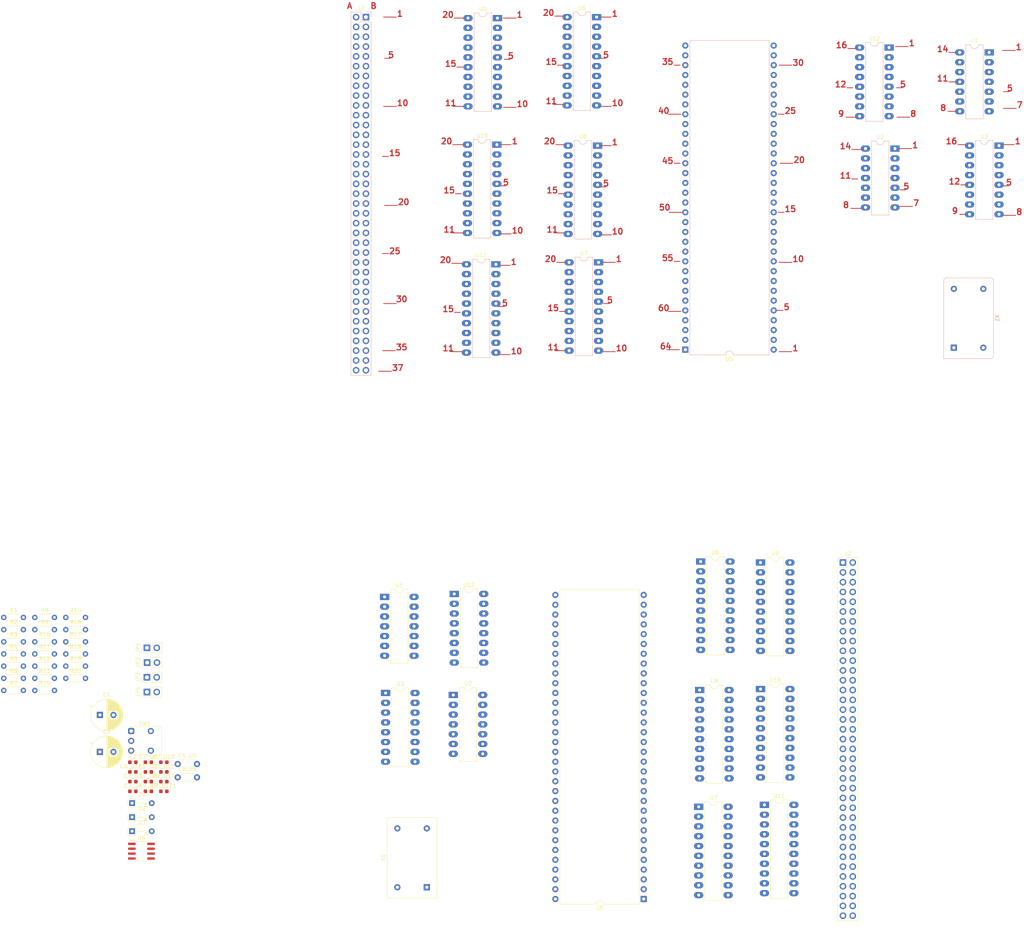
<source format=kicad_pcb>
(kicad_pcb (version 20221018) (generator pcbnew)
  (layers (0 "F.Cu" signal) (31 "B.Cu" signal) (34 "B.Paste" user) (35 "F.Paste" user) (36 "B.SilkS" user "B.Silkscreen") (37 "F.SilkS" user "F.Silkscreen") (38 "B.Mask" user) (39 "F.Mask" user) (44 "Edge.Cuts" user))
  (net 0 "")
  (net 1 "Net-(U4-TR)")
  (net 2 "GND")
  (net 3 "Net-(U4-CV)")
  (net 4 "Net-(U4-DIS)")
  (net 5 "+5V")
  (net 6 "Net-(U1E-VCC)")
  (net 7 "Net-(U1E-GND)")
  (net 8 "Net-(D1-A)")
  (net 9 "Net-(D2-A)")
  (net 10 "Net-(D3-A)")
  (net 11 "Net-(JP1-B)")
  (net 12 "Net-(JP2-B)")
  (net 13 "Net-(JP3-B)")
  (net 14 "Net-(JP4-B)")
  (net 15 "/CPU/{slash}BERR")
  (net 16 "/CPU/{slash}VPA")
  (net 17 "/CPU/{slash}RESET")
  (net 18 "/CPU/{slash}BR")
  (net 19 "/CPU/{slash}HALT")
  (net 20 "/CPU/{slash}BGACK")
  (net 21 "/CPU/IPL2")
  (net 22 "/CPU/IPL1")
  (net 23 "/CPU/IPL0")
  (net 24 "Net-(U10-OEa)")
  (net 25 "/CPU/{slash}DTACK")
  (net 26 "Net-(R19-Pad2)")
  (net 27 "{slash}ROM_CE")
  (net 29 "{slash}RAM_CS")
  (net 31 "Net-(U3-CEP)")
  (net 39 "Net-(U4-Q)")
  (net 44 "CLK")
  (net 49 "/CPU/D4")
  (net 50 "/CPU/D3")
  (net 51 "/CPU/D2")
  (net 52 "/CPU/D1")
  (net 53 "/CPU/D0")
  (net 54 "/CPU/{slash}AS")
  (net 55 "/CPU/UDS")
  (net 56 "/CPU/LDS")
  (net 57 "/CPU/R{slash}W")
  (net 58 "/CPU/{slash}BG")
  (net 59 "Net-(U5-CLK)")
  (net 60 "/CPU/{slash}VMA")
  (net 61 "/CPU/{slash}E")
  (net 62 "/CPU/FC2")
  (net 63 "/CPU/FC1")
  (net 64 "/CPU/FC0")
  (net 65 "/CPU/addr1")
  (net 66 "/CPU/addr2")
  (net 67 "/CPU/addr3")
  (net 68 "/CPU/addr4")
  (net 69 "/CPU/addr5")
  (net 70 "/CPU/addr6")
  (net 71 "/CPU/addr7")
  (net 72 "/CPU/addr8")
  (net 73 "/CPU/addr9")
  (net 74 "/CPU/addr10")
  (net 75 "/CPU/addr11")
  (net 76 "/CPU/addr12")
  (net 77 "/CPU/addr13")
  (net 78 "/CPU/addr14")
  (net 79 "/CPU/addr15")
  (net 80 "/CPU/addr16")
  (net 81 "/CPU/addr17")
  (net 82 "/CPU/addr18")
  (net 83 "/CPU/addr19")
  (net 84 "/CPU/addr20")
  (net 85 "/CPU/addr21")
  (net 86 "/CPU/addr22")
  (net 87 "/CPU/addr23")
  (net 88 "/CPU/D15")
  (net 89 "/CPU/D14")
  (net 90 "/CPU/D13")
  (net 91 "/CPU/D12")
  (net 92 "/CPU/D11")
  (net 93 "/CPU/D10")
  (net 94 "/CPU/D9")
  (net 95 "/CPU/D8")
  (net 96 "/CPU/D7")
  (net 97 "/CPU/D6")
  (net 98 "/CPU/D5")
  (net 99 "/CPU/{slash}UDS")
  (net 100 "/CPU/bE")
  (net 101 "/CPU/bR{slash}W")
  (net 102 "/CPU/{slash}LDS")
  (net 103 "/CPU/{slash}bVMA")
  (net 104 "/CPU/bFC2")
  (net 105 "/CPU/{slash}bLDS")
  (net 106 "/CPU/bFC1")
  (net 107 "/CPU/{slash}bUDS")
  (net 108 "/CPU/bFC0")
  (net 109 "/CPU/bD0")
  (net 110 "/CPU/bD1")
  (net 111 "/CPU/bD2")
  (net 112 "/CPU/bD3")
  (net 113 "/CPU/bD4")
  (net 114 "/CPU/bD5")
  (net 115 "/CPU/bD6")
  (net 116 "/CPU/bD7")
  (net 117 "/CPU/bD8")
  (net 118 "/CPU/bD9")
  (net 119 "/CPU/bD10")
  (net 120 "/CPU/bD11")
  (net 121 "/CPU/bD12")
  (net 122 "/CPU/bD13")
  (net 123 "/CPU/bD14")
  (net 124 "/CPU/bD15")
  (net 125 "/CPU/bA4")
  (net 126 "/CPU/bA8")
  (net 127 "/CPU/bA3")
  (net 128 "/CPU/bA7")
  (net 129 "/CPU/bA2")
  (net 130 "/CPU/bA6")
  (net 131 "/CPU/bA1")
  (net 132 "/CPU/bA5")
  (net 133 "/CPU/bA12")
  (net 134 "/CPU/bA16")
  (net 135 "/CPU/bA11")
  (net 136 "/CPU/bA15")
  (net 137 "/CPU/bA10")
  (net 138 "/CPU/bA14")
  (net 139 "/CPU/bA9")
  (net 140 "/CPU/bA13")
  (net 141 "/CPU/bA20")
  (net 142 "/CPU/{slash}bAS")
  (net 143 "/CPU/bA19")
  (net 144 "/CPU/bA23")
  (net 145 "/CPU/bA18")
  (net 146 "/CPU/bA22")
  (net 147 "/CPU/bA17")
  (net 148 "/CPU/bA21")
  (net 149 "/CPU/IRQ4")
  (net 150 "/CPU/IRQ5")
  (net 151 "/CPU/IRQ6")
  (net 152 "/CPU/IRQ1")
  (net 153 "/CPU/IRQ7")
  (net 154 "/CPU/IRQ2")
  (net 155 "/CPU/IRQ3")
  (footprint "Package_DIP:CERDIP-14_W7.62mm_SideBrazed_LongPads" (layer "F.Cu") (at 127.508 27.94)
    (fp_text reference "U1")
    (fp_text value "74LS00")
  )
  (footprint "Capacitor_SMD:C_0603_1608Metric" (layer "F.Cu") (at 70.386 78.284)
    (fp_text reference "C7_U1E1")
    (fp_text value "100nF")
  )
  (footprint "Connector_PinHeader_2.54mm:PinHeader_1x02_P2.54mm_Vertical" (layer "F.Cu") (at 66.007 48.766 90)
    (fp_text reference "JP3")
    (fp_text value "Jumper_2_Open")
  )
  (footprint "Capacitor_THT:CP_Radial_D8.0mm_P3.50mm" (layer "F.Cu") (at 53.840698 68.074)
    (fp_text reference "C3")
    (fp_text value "1uf")
  )
  (footprint "Resistor_THT:R_Axial_DIN0204_L3.6mm_D1.6mm_P5.08mm_Horizontal" (layer "F.Cu") (at 36.986 36.424)
    (fp_text reference "R9")
    (fp_text value "10k")
  )
  (footprint "Connector_PinHeader_2.54mm:PinHeader_1x02_P2.54mm_Vertical" (layer "F.Cu") (at 66.012 41.146 90)
    (fp_text reference "JP1")
    (fp_text value "Jumper_2_Bridged")
  )
  (footprint "Capacitor_SMD:C_0603_1608Metric" (layer "F.Cu") (at 66.376 75.774)
    (fp_text reference "C7_U8")
    (fp_text value "100nF")
  )
  (footprint "Capacitor_SMD:C_0603_1608Metric" (layer "F.Cu") (at 66.376 70.754)
    (fp_text reference "C7_U6")
    (fp_text value "100nF")
  )
  (footprint "Capacitor_SMD:C_0603_1608Metric" (layer "F.Cu") (at 70.386 70.754)
    (fp_text reference "C7_U10")
    (fp_text value "100nF")
  )
  (footprint "Button_Switch_THT:SW_Push_1P2T_Vertical_E-Switch_800UDP8P1A1M6" (layer "F.Cu") (at 61.936 62.684)
    (fp_text reference "SW1")
    (fp_text value "Reset")
  )
  (footprint "Capacitor_SMD:C_0603_1608Metric" (layer "F.Cu") (at 70.386 73.264)
    (fp_text reference "C7_U11")
    (fp_text value "100nF")
  )
  (footprint "Resistor_THT:R_Axial_DIN0204_L3.6mm_D1.6mm_P5.08mm_Horizontal" (layer "F.Cu") (at 36.986 52.174)
    (fp_text reference "R14")
    (fp_text value "10k")
  )
  (footprint "Resistor_THT:R_Axial_DIN0204_L3.6mm_D1.6mm_P5.08mm_Horizontal" (layer "F.Cu") (at 28.956 39.574)
    (fp_text reference "R3")
    (fp_text value "10k")
  )
  (footprint "Package_DIP:CERDIP-20_W7.62mm_SideBrazed_LongPads" (layer "F.Cu") (at 224.79 19.05)
    (fp_text reference "U9")
    (fp_text value "74LS244")
  )
  (footprint "Resistor_THT:R_Axial_DIN0204_L3.6mm_D1.6mm_P5.08mm_Horizontal" (layer "F.Cu") (at 28.956 42.724)
    (fp_text reference "R4")
    (fp_text value "10k")
  )
  (footprint "Resistor_THT:R_Axial_DIN0204_L3.6mm_D1.6mm_P5.08mm_Horizontal" (layer "F.Cu") (at 36.986 39.574)
    (fp_text reference "R10")
    (fp_text value "10k")
  )
  (footprint "Capacitor_SMD:C_0603_1608Metric" (layer "F.Cu") (at 62.366 73.264)
    (fp_text reference "C6_U1E1")
    (fp_text value "100nF")
  )
  (footprint "Capacitor_SMD:C_0603_1608Metric" (layer "F.Cu") (at 66.376 78.284)
    (fp_text reference "C7_U9")
    (fp_text value "100nF")
  )
  (footprint "Package_DIP:CERDIP-20_W7.62mm_SideBrazed_LongPads" (layer "F.Cu") (at 208.788 82.296)
    (fp_text reference "U7")
    (fp_text value "74LS245")
  )
  (footprint "Resistor_THT:R_Axial_DIN0204_L3.6mm_D1.6mm_P5.08mm_Horizontal" (layer "F.Cu") (at 28.956 36.424)
    (fp_text reference "R2")
    (fp_text value "10k")
  )
  (footprint "Package_DIP:CERDIP-16_W7.62mm_SideBrazed_LongPads" (layer "F.Cu") (at 127.762 52.832)
    (fp_text reference "U3")
    (fp_text value "74LS161")
  )
  (footprint "Capacitor_THT:C_Disc_D4.3mm_W1.9mm_P5.00mm" (layer "F.Cu") (at 73.966 71.224)
    (fp_text reference "C4_U5")
    (fp_text value "100nF")
  )
  (footprint "Resistor_THT:R_Axial_DIN0204_L3.6mm_D1.6mm_P5.08mm_Horizontal" (layer "F.Cu") (at 36.986 42.724)
    (fp_text reference "R11")
    (fp_text value "10k")
  )
  (footprint "Package_DIP:CERDIP-20_W7.62mm_SideBrazed_LongPads" (layer "F.Cu") (at 225.806 81.788)
    (fp_text reference "U11")
    (fp_text value "74LS244")
  )
  (footprint "Resistor_THT:R_Axial_DIN0204_L3.6mm_D1.6mm_P5.08mm_Horizontal" (layer "F.Cu") (at 28.956 52.174)
    (fp_text reference "R7")
    (fp_text value "10k")
  )
  (footprint "Capacitor_THT:CP_Radial_D8.0mm_P3.50mm" (layer "F.Cu") (at 53.840698 58.524)
    (fp_text reference "C1")
    (fp_text value "1uf")
  )
  (footprint "Resistor_THT:R_Axial_DIN0204_L3.6mm_D1.6mm_P5.08mm_Horizontal" (layer "F.Cu") (at 45.016 36.424)
    (fp_text reference "R16")
    (fp_text value "4K7")
  )
  (footprint "Capacitor_SMD:C_0603_1608Metric" (layer "F.Cu") (at 62.366 78.284)
    (fp_text reference "C7_U4")
    (fp_text value "100nF")
  )
  (footprint "Resistor_THT:R_Axial_DIN0204_L3.6mm_D1.6mm_P5.08mm_Horizontal" (layer "F.Cu") (at 45.016 45.874)
    (fp_text reference "R19")
    (fp_text value "470R")
  )
  (footprint "Diode_THT:D_DO-34_SOD68_P5.08mm_Vertical_AnodeUp" (layer "F.Cu") (at 62.17666 81.35466)
    (fp_text reference "D1")
    (fp_text value "/RESET")
  )
  (footprint "Package_DIP:CERDIP-14_W7.62mm_SideBrazed_LongPads" (layer "F.Cu") (at 145.288 53.34)
    (fp_text reference "U2")
    (fp_text value "74LS05")
  )
  (footprint "Package_SO:SOIC-8_3.9x4.9mm_P1.27mm" (layer "F.Cu") (at 64.586 93.784)
    (fp_text reference "U4")
    (fp_text value "ICM7555xB")
  )
  (footprint "Resistor_THT:R_Axial_DIN0204_L3.6mm_D1.6mm_P5.08mm_Horizontal" (layer "F.Cu") (at 28.956 45.874)
    (fp_text reference "R5")
    (fp_text value "270k")
  )
  (footprint "Resistor_THT:R_Axial_DIN0204_L3.6mm_D1.6mm_P5.08mm_Horizontal" (layer "F.Cu") (at 36.986 49.024)
    (fp_text reference "R13")
    (fp_text value "10k")
  )
  (footprint "Connector_PinHeader_2.54mm:PinHeader_2x37_P2.54mm_Vertical" (layer "F.Cu") (at 246.126 19.05)
    (fp_text reference "J2")
    (fp_text value "Conn_02x37_Row_Letter_Last")
  )
  (footprint "Connector_PinHeader_2.54mm:PinHeader_1x02_P2.54mm_Vertical" (layer "F.Cu") (at 66.061 44.956 90)
    (fp_text reference "JP2")
    (fp_text value "Jumper_2_Bridged")
  )
  (footprint "Resistor_THT:R_Axial_DIN0204_L3.6mm_D1.6mm_P5.08mm_Horizontal" (layer "F.Cu") (at 36.986 33.274)
    (fp_text reference "R8")
    (fp_text value "10k")
  )
  (footprint "Resistor_THT:R_Axial_DIN0204_L3.6mm_D1.6mm_P5.08mm_Horizontal" (layer "F.Cu") (at 45.016 42.724)
    (fp_text reference "R18")
    (fp_text value "470R")
  )
  (footprint "Package_DIP:CERDIP-20_W7.62mm_SideBrazed_LongPads" (layer "F.Cu") (at 209.042 52.07)
    (fp_text reference "U8")
    (fp_text value "74LS245")
  )
  (footprint "Diode_THT:D_DO-34_SOD68_P5.08mm_Vertical_AnodeUp" (layer "F.Cu") (at 62.17666 88.6173)
    (fp_text reference "D3")
    (fp_text value "ON")
  )
  (footprint "Resistor_THT:R_Axial_DIN0204_L3.6mm_D1.6mm_P5.08mm_Horizontal" (layer "F.Cu") (at 45.016 39.574)
    (fp_text reference "R17")
    (fp_text value "10k")
  )
  (footprint "Capacitor_THT:C_Disc_D4.3mm_W1.9mm_P5.00mm" (layer "F.Cu") (at 73.966 74.674)
    (fp_text reference "C5_U5")
    (fp_text value "100nF")
  )
  (footprint "Oscillator:Oscillator_DIP-14" (layer "F.Cu") (at 138.43 103.124 90)
    (fp_text reference "X1")
    (fp_text value "16Mhz")
  )
  (footprint "Capacitor_SMD:C_0603_1608Metric" (layer "F.Cu") (at 70.386 75.774)
    (fp_text reference "C7_U12")
    (fp_text value "100nF")
  )
  (footprint "Package_DIP:CERDIP-20_W7.62mm_SideBrazed_LongPads" (layer "F.Cu") (at 209.296 18.796)
    (fp_text reference "U6")
    (fp_text value "74LS244")
  )
  (footprint "Package_DIP:DIP-64_W22.86mm" (layer "F.Cu") (at 194.564 106.172 180)
    (fp_text reference "U5")
    (fp_text value "68000D")
  )
  (footprint "Resistor_THT:R_Axial_DIN0204_L3.6mm_D1.6mm_P5.08mm_Horizontal" (layer "F.Cu") (at 45.016 33.274)
    (fp_text reference "R15")
    (fp_text value "10k")
  )
  (footprint "Capacitor_SMD:C_0603_1608Metric" (layer "F.Cu") (at 62.366 70.754)
    (fp_text reference "C2")
    (fp_text value "10nF")
  )
  (footprint "Resistor_THT:R_Axial_DIN0204_L3.6mm_D1.6mm_P5.08mm_Horizontal" (layer "F.Cu") (at 45.016 49.024)
    (fp_text reference "R20")
    (fp_text value "470R")
  )
  (footprint "Capacitor_SMD:C_0603_1608Metric" (layer "F.Cu") (at 66.376 73.264)
    (fp_text reference "C7_U7")
    (fp_text value "100nF")
  )
  (footprint "Package_DIP:CERDIP-20_W7.62mm_SideBrazed_LongPads" (layer "F.Cu") (at 224.79 51.816)
    (fp_text reference "U10")
    (fp_text value "74LS244")
  )
  (footprint "Resistor_THT:R_Axial_DIN0204_L3.6mm_D1.6mm_P5.08mm_Horizontal" (layer "F.Cu") (at 28.956 33.274)
    (fp_text reference "R1")
    (fp_text value "10k")
  )
  (footprint "Resistor_THT:R_Axial_DIN0204_L3.6mm_D1.6mm_P5.08mm_Horizontal" (layer "F.Cu") (at 36.986 45.874)
    (fp_text reference "R12")
    (fp_text value "10k")
  )
  (footprint "Capacitor_SMD:C_0603_1608Metric" (layer "F.Cu") (at 62.366 75.774)
    (fp_text reference "C7_U3")
    (fp_text value "100nF")
  )
  (footprint "Diode_THT:D_DO-34_SOD68_P5.08mm_Vertical_AnodeUp" (layer "F.Cu") (at 62.17666 84.98598)
    (fp_text reference "D2")
    (fp_text value "/HALT")
  )
  (footprint "Connector_PinHeader_2.54mm:PinHeader_1x02_P2.54mm_Vertical" (layer "F.Cu") (at 66.007 52.576 90)
    (fp_text reference "JP4")
    (fp_text value "Jumper_2_Open")
  )
  (footprint "Package_DIP:CERDIP-16_W7.62mm_SideBrazed_LongPads" (layer "F.Cu") (at 145.542 27.178)
    (fp_text reference "U12")
    (fp_text value "74LS148")
  )
  (footprint "Resistor_THT:R_Axial_DIN0204_L3.6mm_D1.6mm_P5.08mm_Horizontal" (layer "F.Cu") (at 28.956 49.024)
    (fp_text reference "R6")
    (fp_text value "270k")
  )
  (footprint "Package_DIP:CERDIP-20_W7.62mm_SideBrazed_LongPads" (layer "B.Cu") (at 182.88 -58.674 180)
    (fp_text reference "U7")
    (fp_text value "74LS245")
  )
  (footprint "Package_DIP:CERDIP-14_W7.62mm_SideBrazed_LongPads" (layer "B.Cu") (at 259.588 -88.138 180)
    (fp_text reference "U2")
    (fp_text value "74LS05")
  )
  (footprint "Package_DIP:CERDIP-20_W7.62mm_SideBrazed_LongPads" (layer "B.Cu") (at 182.626 -88.9 180)
    (fp_text reference "U8")
    (fp_text value "74LS245")
  )
  (footprint "Package_DIP:CERDIP-20_W7.62mm_SideBrazed_LongPads" (layer "B.Cu") (at 156.319144 -58.166 180)
    (fp_text reference "U11")
    (fp_text value "74LS244")
  )
  (footprint "Package_DIP:CERDIP-14_W7.62mm_SideBrazed_LongPads" (layer "B.Cu") (at 283.972 -113.03 180)
    (fp_text reference "U1")
    (fp_text value "74LS00")
  )
  (footprint "Package_DIP:CERDIP-20_W7.62mm_SideBrazed_LongPads" (layer "B.Cu") (at 156.573144 -89.154 180)
    (fp_text reference "U10")
    (fp_text value "74LS244")
  )
  (footprint "Oscillator:Oscillator_DIP-14" (layer "B.Cu") (at 274.828 -36.576 90)
    (fp_text reference "X1")
    (fp_text value "16Mhz")
  )
  (footprint "Package_DIP:CERDIP-16_W7.62mm_SideBrazed_LongPads" (layer "B.Cu") (at 286.512 -88.9 180)
    (fp_text reference "U3")
    (fp_text value "74LS161")
  )
  (footprint "Package_DIP:CERDIP-16_W7.62mm_SideBrazed_LongPads" (layer "B.Cu") (at 258.064 -114.3 180)
    (fp_text reference "U12")
    (fp_text value "74LS148")
  )
  (footprint "Connector_PinHeader_2.54mm:PinHeader_2x37_P2.54mm_Vertical" (layer "B.Cu") (at 122.682 -122.174 180)
    (fp_text reference "J2")
    (fp_text value "Conn_02x37_Row_Letter_Last")
  )
  (footprint "Package_DIP:CERDIP-20_W7.62mm_SideBrazed_LongPads" (layer "B.Cu") (at 182.372 -122.174 180)
    (fp_text reference "U6")
    (fp_text value "74LS244")
  )
  (footprint "Package_DIP:DIP-64_W22.86mm" (layer "B.Cu") (at 205.341144 -36.068)
    (fp_text reference "U5")
    (fp_text value "68000D")
  )
  (footprint "Package_DIP:CERDIP-20_W7.62mm_SideBrazed_LongPads" (layer "B.Cu") (at 156.718 -121.92 180)
    (fp_text reference "U9")
    (fp_text value "74LS244")
  )
  (gr_line (start 158.242 -98.806) (end 161.544 -98.806) (stroke (width 0.2)) (layer "F.Cu"))
  (gr_line (start 229.616 -109.728) (end 232.918 -109.728) (stroke (width 0.2)) (layer "F.Cu"))
  (gr_line (start 127.508 -111.506) (end 129.032 -111.506) (stroke (width 0.2)) (layer "F.Cu"))
  (gr_line (start 175.133 -89.154) (end 171.831 -89.154) (stroke (width 0.2)) (layer "F.Cu"))
  (gr_line (start 127.508 -73.406) (end 130.81 -73.406) (stroke (width 0.2)) (layer "F.Cu"))
  (gr_line (start 200.914 -97.028) (end 204.216 -97.028) (stroke (width 0.2)) (layer "F.Cu"))
  (gr_line (start 201.168 -71.628) (end 204.47 -71.628) (stroke (width 0.2)) (layer "F.Cu"))
  (gr_line (start 127.254 -122.174) (end 130.556 -122.174) (stroke (width 0.2)) (layer "F.Cu"))
  (gr_line (start 249.936 -80.264) (end 248.412 -80.264) (stroke (width 0.2)) (layer "F.Cu"))
  (gr_line (start 148.463 -89.154) (end 145.161 -89.154) (stroke (width 0.2)) (layer "F.Cu"))
  (gr_line (start 229.616 -58.674) (end 232.918 -58.674) (stroke (width 0.2)) (layer "F.Cu"))
  (gr_line (start 202.438 -109.728) (end 203.962 -109.728) (stroke (width 0.2)) (layer "F.Cu"))
  (gr_line (start 279.146 -89.154) (end 275.844 -89.154) (stroke (width 0.2)) (layer "F.Cu"))
  (gr_line (start 148.209 -58.42) (end 144.907 -58.42) (stroke (width 0.2)) (layer "F.Cu"))
  (gr_line (start 250.698 -114.046) (end 247.396 -114.046) (stroke (width 0.2)) (layer "F.Cu"))
  (gr_line (start 275.082 -105.41) (end 273.558 -105.41) (stroke (width 0.2)) (layer "F.Cu"))
  (gr_line (start 156.718 -57.912) (end 160.02 -57.912) (stroke (width 0.2)) (layer "F.Cu"))
  (gr_line (start 287.147 -89.154) (end 290.449 -89.154) (stroke (width 0.2)) (layer "F.Cu"))
  (gr_line (start 156.972 -89.154) (end 160.274 -89.154) (stroke (width 0.2)) (layer "F.Cu"))
  (gr_line (start 173.792144 -109.728) (end 172.268144 -109.728) (stroke (width 0.2)) (layer "F.Cu"))
  (gr_line (start 260.858 -77.47) (end 262.382 -77.47) (stroke (width 0.2)) (layer "F.Cu"))
  (gr_line (start 246.888 -96.266) (end 250.19 -96.266) (stroke (width 0.2)) (layer "F.Cu"))
  (gr_line (start 259.715 -114.554) (end 263.017 -114.554) (stroke (width 0.2)) (layer "F.Cu"))
  (gr_line (start 184.15 -48.006) (end 185.674 -48.006) (stroke (width 0.2)) (layer "F.Cu"))
  (gr_line (start 259.969 -103.886) (end 261.493 -103.886) (stroke (width 0.2)) (layer "F.Cu"))
  (gr_line (start 248.666 -103.886) (end 247.142 -103.886) (stroke (width 0.2)) (layer "F.Cu"))
  (gr_line (start 287.528 -70.866) (end 290.83 -70.866) (stroke (width 0.2)) (layer "F.Cu"))
  (gr_line (start 183.134 -78.232) (end 184.658 -78.232) (stroke (width 0.2)) (layer "F.Cu"))
  (gr_line (start 182.88 -65.786) (end 186.182 -65.786) (stroke (width 0.2)) (layer "F.Cu"))
  (gr_line (start 158.242 -121.92) (end 161.544 -121.92) (stroke (width 0.2)) (layer "F.Cu"))
  (gr_line (start 145.161 -99.06) (end 148.463 -99.06) (stroke (width 0.2)) (layer "F.Cu"))
  (gr_line (start 260.604 -88.138) (end 263.906 -88.138) (stroke (width 0.2)) (layer "F.Cu"))
  (gr_line (start 229.362 -71.628) (end 230.886 -71.628) (stroke (width 0.2)) (layer "F.Cu"))
  (gr_line (start 144.78 -66.294) (end 148.082 -66.294) (stroke (width 0.2)) (layer "F.Cu"))
  (gr_line (start 174.046144 -76.454) (end 172.522144 -76.454) (stroke (width 0.2)) (layer "F.Cu"))
  (gr_line (start 278.13 -78.74) (end 276.606 -78.74) (stroke (width 0.2)) (layer "F.Cu"))
  (gr_line (start 148.844 -121.92) (end 145.542 -121.92) (stroke (width 0.2)) (layer "F.Cu"))
  (gr_line (start 156.972 -47.244) (end 158.496 -47.244) (stroke (width 0.2)) (layer "F.Cu"))
  (gr_line (start 156.718 -34.798) (end 160.02 -34.798) (stroke (width 0.2)) (layer "F.Cu"))
  (gr_line (start 229.87 -84.328) (end 233.172 -84.328) (stroke (width 0.2)) (layer "F.Cu"))
  (gr_line (start 287.401 -113.538) (end 290.703 -113.538) (stroke (width 0.2)) (layer "F.Cu"))
  (gr_line (start 183.134 -111.506) (end 184.658 -111.506) (stroke (width 0.2)) (layer "F.Cu"))
  (gr_line (start 127 -60.96) (end 128.524 -60.96) (stroke (width 0.2)) (layer "F.Cu"))
  (gr_line (start 127.254 -99.06) (end 130.556 -99.06) (stroke (width 0.2)) (layer "F.Cu"))
  (gr_line (start 182.88 -99.06) (end 186.182 -99.06) (stroke (width 0.2)) (layer "F.Cu"))
  (gr_line (start 182.88 -88.9) (end 186.182 -88.9) (stroke (width 0.2)) (layer "F.Cu"))
  (gr_line (start 276.352 -71.12) (end 279.654 -71.12) (stroke (width 0.2)) (layer "F.Cu"))
  (gr_line (start 202.438 -58.928) (end 203.962 -58.928) (stroke (width 0.2)) (layer "F.Cu"))
  (gr_line (start 273.304 -97.79) (end 276.606 -97.79) (stroke (width 0.2)) (layer "F.Cu"))
  (gr_line (start 158.496 -111.252) (end 160.02 -111.252) (stroke (width 0.2)) (layer "F.Cu"))
  (gr_line (start 174.879 -122.428) (end 171.577 -122.428) (stroke (width 0.2)) (layer "F.Cu"))
  (gr_line (start 287.401 -78.486) (end 288.925 -78.486) (stroke (width 0.2)) (layer "F.Cu"))
  (gr_line (start 183.896 -35.56) (end 187.198 -35.56) (stroke (width 0.2)) (layer "F.Cu"))
  (gr_line (start 183.896 -58.674) (end 187.198 -58.674) (stroke (width 0.2)) (layer "F.Cu"))
  (gr_line (start 144.526 -35.56) (end 147.828 -35.56) (stroke (width 0.2)) (layer "F.Cu"))
  (gr_line (start 229.362 -97.028) (end 230.886 -97.028) (stroke (width 0.2)) (layer "F.Cu"))
  (gr_line (start 171.196 -99.568) (end 174.498 -99.568) (stroke (width 0.2)) (layer "F.Cu"))
  (gr_line (start 200.914 -45.974) (end 204.216 -45.974) (stroke (width 0.2)) (layer "F.Cu"))
  (gr_line (start 156.972 -66.04) (end 160.274 -66.04) (stroke (width 0.2)) (layer "F.Cu"))
  (gr_line (start 229.616 -35.56) (end 232.918 -35.56) (stroke (width 0.2)) (layer "F.Cu"))
  (gr_line (start 229.108 -46.228) (end 230.632 -46.228) (stroke (width 0.2)) (layer "F.Cu"))
  (gr_line (start 174.300144 -45.974) (end 172.776144 -45.974) (stroke (width 0.2)) (layer "F.Cu"))
  (gr_line (start 147.757144 -109.22) (end 146.233144 -109.22) (stroke (width 0.2)) (layer "F.Cu"))
  (gr_line (start 125.984 -30.48) (end 129.286 -30.48) (stroke (width 0.2)) (layer "F.Cu"))
  (gr_line (start 251.714 -87.884) (end 248.412 -87.884) (stroke (width 0.2)) (layer "F.Cu"))
  (gr_line (start 202.438 -84.328) (end 203.962 -84.328) (stroke (width 0.2)) (layer "F.Cu"))
  (gr_line (start 127 -86.106) (end 128.524 -86.106) (stroke (width 0.2)) (layer "F.Cu"))
  (gr_line (start 287.655 -102.87) (end 289.179 -102.87) (stroke (width 0.2)) (layer "F.Cu"))
  (gr_line (start 147.376144 -76.454) (end 145.852144 -76.454) (stroke (width 0.2)) (layer "F.Cu"))
  (gr_line (start 287.655 -98.552) (end 290.957 -98.552) (stroke (width 0.2)) (layer "F.Cu"))
  (gr_line (start 200.533 -36.068) (end 203.835 -36.068) (stroke (width 0.2)) (layer "F.Cu"))
  (gr_line (start 175.387 -58.674) (end 172.085 -58.674) (stroke (width 0.2)) (layer "F.Cu"))
  (gr_line (start 182.88 -122.174) (end 186.182 -122.174) (stroke (width 0.2)) (layer "F.Cu"))
  (gr_line (start 248.158 -72.644) (end 251.46 -72.644) (stroke (width 0.2)) (layer "F.Cu"))
  (gr_line (start 171.704 -35.814) (end 175.006 -35.814) (stroke (width 0.2)) (layer "F.Cu"))
  (gr_line (start 157.226 -78.486) (end 158.75 -78.486) (stroke (width 0.2)) (layer "F.Cu"))
  (gr_line (start 127.254 -48.006) (end 130.556 -48.006) (stroke (width 0.2)) (layer "F.Cu"))
  (gr_line (start 171.45 -66.294) (end 174.752 -66.294) (stroke (width 0.2)) (layer "F.Cu"))
  (gr_line (start 260.858 -73.152) (end 264.16 -73.152) (stroke (width 0.2)) (layer "F.Cu"))
  (gr_line (start 127 -35.814) (end 130.302 -35.814) (stroke (width 0.2)) (layer "F.Cu"))
  (gr_line (start 276.86 -113.03) (end 273.558 -113.03) (stroke (width 0.2)) (layer "F.Cu"))
  (gr_line (start 260.096 -96.266) (end 263.398 -96.266) (stroke (width 0.2)) (layer "F.Cu"))
  (gr_line (start 147.122144 -45.72) (end 145.598144 -45.72) (stroke (width 0.2)) (layer "F.Cu"))
  (gr_text "10" (at 186.182 -99.06) (layer "F.Cu") (effects (font (size 1.5 1.5) (thickness 0.3) bold) (justify left bottom)))
  (gr_text "10" (at 186.182 -65.786) (layer "F.Cu") (effects (font (size 1.5 1.5) (thickness 0.3) bold) (justify left bottom)))
  (gr_text "1" (at 160.02 -57.912) (layer "F.Cu") (effects (font (size 1.5 1.5) (thickness 0.3) bold) (justify left bottom)))
  (gr_text "15" (at 172.522144 -76.454) (layer "F.Cu") (effects (font (size 1.5 1.5) (thickness 0.3) bold) (justify right bottom)))
  (gr_text "5" (at 184.912 -48.006) (layer "F.Cu") (effects (font (size 1.5 1.5) (thickness 0.3) bold) (justify left bottom)))
  (gr_text "55" (at 199.136 -58.928) (layer "F.Cu") (effects (font (size 1.5 1.5) (thickness 0.3) bold) (justify left bottom)))
  (gr_text "8" (at 290.83 -70.866) (layer "F.Cu") (effects (font (size 1.5 1.5) (thickness 0.3) bold) (justify left bottom)))
  (gr_text "7" (at 264.16 -73.152) (layer "F.Cu") (effects (font (size 1.5 1.5) (thickness 0.3) bold) (justify left bottom)))
  (gr_text "35" (at 130.302 -35.814) (layer "F.Cu") (effects (font (size 1.5 1.5) (thickness 0.3) bold) (justify left bottom)))
  (gr_text "5" (at 157.988 -78.486) (layer "F.Cu") (effects (font (size 1.5 1.5) (thickness 0.3) bold) (justify left bottom)))
  (gr_text "8\n" (at 245.999 -72.644) (layer "F.Cu") (effects (font (size 1.5 1.5) (thickness 0.3) bold) (justify left bottom)))
  (gr_text "1" (at 263.906 -88.138) (layer "F.Cu") (effects (font (size 1.5 1.5) (thickness 0.3) bold) (justify left bottom)))
  (gr_text "14\n" (at 273.558 -113.03) (layer "F.Cu") (effects (font (size 1.5 1.5) (thickness 0.3) bold) (justify right bottom)))
  (gr_text "25" (at 128.524 -60.706) (layer "F.Cu") (effects (font (size 1.5 1.5) (thickness 0.3) bold) (justify left bottom)))
  (gr_text "12" (at 247.142 -103.886) (layer "F.Cu") (effects (font (size 1.5 1.5) (thickness 0.3) bold) (justify right bottom)))
  (gr_text "10" (at 232.918 -58.674) (layer "F.Cu") (effects (font (size 1.5 1.5) (thickness 0.3) bold) (justify left bottom)))
  (gr_text "15" (at 145.852144 -76.454) (layer "F.Cu") (effects (font (size 1.5 1.5) (thickness 0.3) bold) (justify right bottom)))
  (gr_text "16" (at 247.396 -114.046) (layer "F.Cu") (effects (font (size 1.5 1.5) (thickness 0.3) bold) (justify right bottom)))
  (gr_text "1" (at 160.274 -89.154) (layer "F.Cu") (effects (font (size 1.5 1.5) (thickness 0.3) bold) (justify left bottom)))
  (gr_text "10" (at 160.02 -34.798) (layer "F.Cu") (effects (font (size 1.5 1.5) (thickness 0.3) bold) (justify left bottom)))
  (gr_text "11" (at 142.621 -66.294) (layer "F.Cu") (effects (font (size 1.5 1.5) (thickness 0.3) bold) (justify left bottom)))
  (gr_text "16" (at 275.844 -89.154) (layer "F.Cu") (effects (font (size 1.5 1.5) (thickness 0.3) bold) (justify right bottom)))
  (gr_text "11" (at 169.037 -99.568) (layer "F.Cu") (effects (font (size 1.5 1.5) (thickness 0.3) bold) (justify left bottom)))
  (gr_text "11" (at 273.558 -105.41) (layer "F.Cu") (effects (font (size 1.5 1.5) (thickness 0.3) bold) (justify right bottom)))
  (gr_text "5" (at 183.896 -111.506) (layer "F.Cu") (effects (font (size 1.5 1.5) (thickness 0.3) bold) (justify left bottom)))
  (gr_text "20" (at 233.172 -84.328) (layer "F.Cu") (effects (font (size 1.5 1.5) (thickness 0.3) bold) (justify left bottom)))
  (gr_text "1" (at 232.918 -35.56) (layer "F.Cu") (effects (font (size 1.5 1.5) (thickness 0.3) bold) (justify left bottom)))
  (gr_text "15" (at 128.524 -86.106) (layer "F.Cu") (effects (font (size 1.5 1.5) (thickness 0.3) bold) (justify left bottom)))
  (gr_text "5" (at 183.896 -78.232) (layer "F.Cu") (effects (font (size 1.5 1.5) (thickness 0.3) bold) (justify left bottom)))
  (gr_text "20" (at 171.831 -89.154) (layer "F.Cu") (effects (font (size 1.5 1.5) (thickness 0.3) bold) (justify right bottom)))
  (gr_text "15" (at 146.233144 -109.22) (layer "F.Cu") (effects (font (size 1.5 1.5) (thickness 0.3) bold) (justify right bottom)))
  (gr_text "1" (at 186.182 -88.9) (layer "F.Cu") (effects (font (size 1.5 1.5) (thickness 0.3) bold) (justify left bottom)))
  (gr_text "37" (at 129.286 -30.48) (layer "F.Cu") (effects (font (size 1.5 1.5) (thickness 0.3) bold) (justify left bottom)))
  (gr_text "20" (at 130.81 -73.406) (layer "F.Cu") (effects (font (size 1.5 1.5) (thickness 0.3) bold) (justify left bottom)))
  (gr_text "60" (at 198.12 -45.974) (layer "F.Cu") (effects (font (size 1.5 1.5) (thickness 0.3) bold) (justify left bottom)))
  (gr_text "7" (at 290.957 -98.552) (layer "F.Cu") (effects (font (size 1.5 1.5) (thickness 0.3) bold) (justify left bottom)))
  (gr_text "B" (at 123.698 -124.206) (layer "F.Cu") (effects (font (size 1.5 1.5) (thickness 0.3) bold) (justify left bottom)))
  (gr_text "11" (at 142.367 -35.56) (layer "F.Cu") (effects (font (size 1.5 1.5) (thickness 0.3) bold) (justify left bottom)))
  (gr_text "5" (at 288.417 -102.87) (layer "F.Cu") (effects (font (size 1.5 1.5) (thickness 0.3) bold) (justify left bottom)))
  (gr_text "10" (at 161.544 -98.806) (layer "F.Cu") (effects (font (size 1.5 1.5) (thickness 0.3) bold) (justify left bottom)))
  (gr_text "40		" (at 198.12 -97.028) (layer "F.Cu") (effects (font (size 1.5 1.5) (thickness 0.3) bold) (justify left bottom)))
  (gr_text "1" (at 130.556 -122.174) (layer "F.Cu") (effects (font (size 1.5 1.5) (thickness 0.3) bold) (justify left bottom)))
  (gr_text "1" (at 186.182 -122.174) (layer "F.Cu") (effects (font (size 1.5 1.5) (thickness 0.3) bold) (justify left bottom)))
  (gr_text "45" (at 199.136 -84.074) (layer "F.Cu") (effects (font (size 1.5 1.5) (thickness 0.3) bold) (justify left bottom)))
  (gr_text "5" (at 157.734 -47.244) (layer "F.Cu") (effects (font (size 1.5 1.5) (thickness 0.3) bold) (justify left bottom)))
  (gr_text "50\n		" (at 198.374 -69.596) (layer "F.Cu") (effects (font (size 1.5 1.5) (thickness 0.3) bold) (justify left bottom)))
  (gr_text "15" (at 230.886 -71.628) (layer "F.Cu") (effects (font (size 1.5 1.5) (thickness 0.3) bold) (justify left bottom)))
  (gr_text "64" (at 198.628 -36.068) (layer "F.Cu") (effects (font (size 1.5 1.5) (thickness 0.3) bold) (justify left bottom)))
  (gr_text "11" (at 143.002 -99.06) (layer "F.Cu") (effects (font (size 1.5 1.5) (thickness 0.3) bold) (justify left bottom)))
  (gr_text "5" (at 260.731 -103.886) (layer "F.Cu") (effects (font (size 1.5 1.5) (thickness 0.3) bold) (justify left bottom)))
  (gr_text "20" (at 171.577 -122.428) (layer "F.Cu") (effects (font (size 1.5 1.5) (thickness 0.3) bold) (justify right bottom)))
  (gr_text "1" (at 263.017 -114.554) (layer "F.Cu") (effects (font (size 1.5 1.5) (thickness 0.3) bold) (justify left bottom)))
  (gr_text "10" (at 130.556 -99.06) (layer "F.Cu") (effects (font (size 1.5 1.5) (thickness 0.3) bold) (justify left bottom)))
  (gr_text "10" (at 187.198 -35.56) (layer "F.Cu") (effects (font (size 1.5 1.5) (thickness 0.3) bold) (justify left bottom)))
  (gr_text "20" (at 172.085 -58.674) (layer "F.Cu") (effects (font (size 1.5 1.5) (thickness 0.3) bold) (justify right bottom)))
  (gr_text "30\n\n\n" (at 232.918 -104.648) (layer "F.Cu") (effects (font (size 1.5 1.5) (thickness 0.3) bold) (justify left bottom)))
  (gr_text "30\n\n\n" (at 130.302 -43.434) (layer "F.Cu") (effects (font (size 1.5 1.5) (thickness 0.3) bold) (justify left bottom)))
  (gr_text "14\n" (at 248.412 -87.884) (layer "F.Cu") (effects (font (size 1.5 1.5) (thickness 0.3) bold) (justify right bottom)))
  (gr_text "11" (at 169.291 -66.294) (layer "F.Cu") (effects (font (size 1.5 1.5) (thickness 0.3) bold) (justify left bottom)))
  (gr_text "1" (at 290.703 -113.538) (layer "F.Cu") (effects (font (size 1.5 1.5) (thickness 0.3) bold) (justify left bottom)))
  (gr_text "10" (at 160.274 -66.04) (layer "F.Cu") (effects (font (size 1.5 1.5) (thickness 0.3) bold) (justify left bottom)))
  (gr_text "9" (at 244.729 -96.266) (layer "F.Cu") (effects (font (size 1.5 1.5) (thickness 0.3) bold) (justify left bottom)))
  (gr_text "9" (at 274.193 -71.12) (layer "F.Cu") (effects (font (size 1.5 1.5) (thickness 0.3) bold) (justify left bottom)))
  (gr_text "A" (at 117.602 -124.206) (layer "F.Cu") (effects (font (size 1.5 1.5) (thickness 0.3) bold) (justify left bottom)))
  (gr_text "20" (at 144.907 -58.42) (layer "F.Cu") (effects (font (size 1.5 1.5) (thickness 0.3) bold) (justify right bottom)))
  (gr_text "20" (at 145.542 -121.92) (layer "F.Cu") (effects (font (size 1.5 1.5) (thickness 0.3) bold) (justify right bottom)))
  (gr_text "5" (at 230.632 -46.228) (layer "F.Cu") (effects (font (size 1.5 1.5) (thickness 0.3) bold) (justify left bottom)))
  (gr_text "11" (at 248.412 -80.264) (layer "F.Cu") (effects (font (size 1.5 1.5) (thickness 0.3) bold) (justify right bottom)))
  (gr_text "5" (at 128.27 -111.506) (layer "F.Cu") (effects (font (size 1.5 1.5) (thickness 0.3) bold) (justify left bottom)))
  (gr_text "25" (at 230.886 -97.028) (layer "F.Cu") (effects (font (size 1.5 1.5) (thickness 0.3) bold) (justify left bottom)))
  (gr_text "12" (at 276.606 -78.74) (layer "F.Cu") (effects (font (size 1.5 1.5) (thickness 0.3) bold) (justify right bottom)))
  (gr_text "1" (at 161.544 -121.92) (layer "F.Cu") (effects (font (size 1.5 1.5) (thickness 0.3) bold) (justify left bottom)))
  (gr_text "5" (at 261.62 -77.47) (layer "F.Cu") (effects (font (size 1.5 1.5) (thickness 0.3) bold) (justify left bottom)))
  (gr_text "11" (at 169.545 -35.814) (layer "F.Cu") (effects (font (size 1.5 1.5) (thickness 0.3) bold) (justify left bottom)))
  (gr_text "35" (at 199.136 -109.728) (layer "F.Cu") (effects (font (size 1.5 1.5) (thickness 0.3) bold) (justify left bottom)))
  (gr_text "5" (at 288.163 -78.486) (layer "F.Cu") (effects (font (size 1.5 1.5) (thickness 0.3) bold) (justify left bottom)))
  (gr_text "15" (at 172.776144 -45.974) (layer "F.Cu") (effects (font (size 1.5 1.5) (thickness 0.3) bold) (justify right bottom)))
  (gr_text "15" (at 172.268144 -109.728) (layer "F.Cu") (effects (font (size 1.5 1.5) (thickness 0.3) bold) (justify right bottom)))
  (gr_text "8\n" (at 271.145 -97.79) (layer "F.Cu") (effects (font (size 1.5 1.5) (thickness 0.3) bold) (justify left bottom)))
  (gr_text "1" (at 290.449 -89.154) (layer "F.Cu") (effects (font (size 1.5 1.5) (thickness 0.3) bold) (justify left bottom)))
  (gr_text "1" (at 187.198 -58.674) (layer "F.Cu") (effects (font (size 1.5 1.5) (thickness 0.3) bold) (justify left bottom)))
  (gr_text "15" (at 145.598144 -45.72) (layer "F.Cu") (effects (font (size 1.5 1.5) (thickness 0.3) bold) (justify right bottom)))
  (gr_text "20" (at 145.161 -89.154) (layer "F.Cu") (effects (font (size 1.5 1.5) (thickness 0.3) bold) (justify right bottom)))
  (gr_text "5" (at 159.258 -111.252) (layer "F.Cu") (effects (font (size 1.5 1.5) (thickness 0.3) bold) (justify left bottom)))
  (gr_text "8" (at 263.398 -96.266) (layer "F.Cu") (effects (font (size 1.5 1.5) (thickness 0.3) bold) (justify left bottom)))
)
</source>
